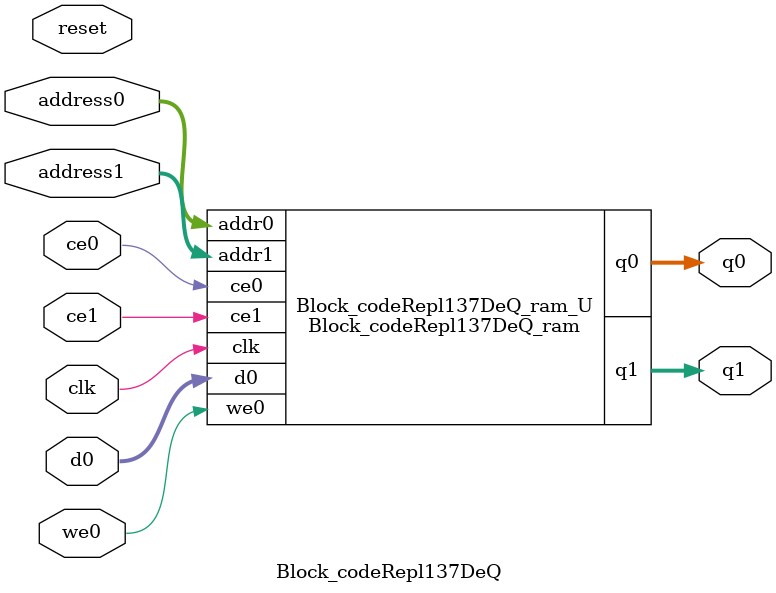
<source format=v>
`timescale 1 ns / 1 ps
module Block_codeRepl137DeQ_ram (addr0, ce0, d0, we0, q0, addr1, ce1, q1,  clk);

parameter DWIDTH = 5;
parameter AWIDTH = 19;
parameter MEM_SIZE = 409600;

input[AWIDTH-1:0] addr0;
input ce0;
input[DWIDTH-1:0] d0;
input we0;
output reg[DWIDTH-1:0] q0;
input[AWIDTH-1:0] addr1;
input ce1;
output reg[DWIDTH-1:0] q1;
input clk;

(* ram_style = "block" *)reg [DWIDTH-1:0] ram[0:MEM_SIZE-1];




always @(posedge clk)  
begin 
    if (ce0) begin
        if (we0) 
            ram[addr0] <= d0; 
        q0 <= ram[addr0];
    end
end


always @(posedge clk)  
begin 
    if (ce1) begin
        q1 <= ram[addr1];
    end
end


endmodule

`timescale 1 ns / 1 ps
module Block_codeRepl137DeQ(
    reset,
    clk,
    address0,
    ce0,
    we0,
    d0,
    q0,
    address1,
    ce1,
    q1);

parameter DataWidth = 32'd5;
parameter AddressRange = 32'd409600;
parameter AddressWidth = 32'd19;
input reset;
input clk;
input[AddressWidth - 1:0] address0;
input ce0;
input we0;
input[DataWidth - 1:0] d0;
output[DataWidth - 1:0] q0;
input[AddressWidth - 1:0] address1;
input ce1;
output[DataWidth - 1:0] q1;



Block_codeRepl137DeQ_ram Block_codeRepl137DeQ_ram_U(
    .clk( clk ),
    .addr0( address0 ),
    .ce0( ce0 ),
    .we0( we0 ),
    .d0( d0 ),
    .q0( q0 ),
    .addr1( address1 ),
    .ce1( ce1 ),
    .q1( q1 ));

endmodule


</source>
